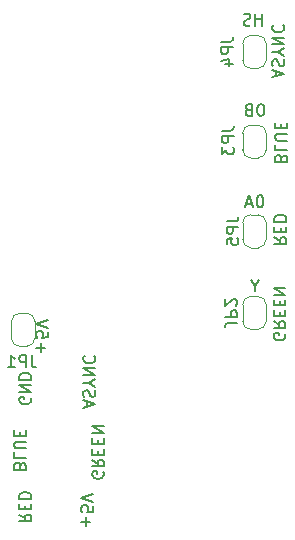
<source format=gbr>
G04 #@! TF.GenerationSoftware,KiCad,Pcbnew,5.1.5+dfsg1-2build2*
G04 #@! TF.CreationDate,2022-03-13T21:19:34-04:00*
G04 #@! TF.ProjectId,vdg_breakout,7664675f-6272-4656-916b-6f75742e6b69,rev?*
G04 #@! TF.SameCoordinates,Original*
G04 #@! TF.FileFunction,Legend,Bot*
G04 #@! TF.FilePolarity,Positive*
%FSLAX46Y46*%
G04 Gerber Fmt 4.6, Leading zero omitted, Abs format (unit mm)*
G04 Created by KiCad (PCBNEW 5.1.5+dfsg1-2build2) date 2022-03-13 21:19:34*
%MOMM*%
%LPD*%
G04 APERTURE LIST*
%ADD10C,0.150000*%
%ADD11C,0.120000*%
G04 APERTURE END LIST*
D10*
X112946428Y-103609523D02*
X112898809Y-103466666D01*
X112851190Y-103419047D01*
X112755952Y-103371428D01*
X112613095Y-103371428D01*
X112517857Y-103419047D01*
X112470238Y-103466666D01*
X112422619Y-103561904D01*
X112422619Y-103942857D01*
X113422619Y-103942857D01*
X113422619Y-103609523D01*
X113375000Y-103514285D01*
X113327380Y-103466666D01*
X113232142Y-103419047D01*
X113136904Y-103419047D01*
X113041666Y-103466666D01*
X112994047Y-103514285D01*
X112946428Y-103609523D01*
X112946428Y-103942857D01*
X112422619Y-102466666D02*
X112422619Y-102942857D01*
X113422619Y-102942857D01*
X113422619Y-102133333D02*
X112613095Y-102133333D01*
X112517857Y-102085714D01*
X112470238Y-102038095D01*
X112422619Y-101942857D01*
X112422619Y-101752380D01*
X112470238Y-101657142D01*
X112517857Y-101609523D01*
X112613095Y-101561904D01*
X113422619Y-101561904D01*
X112946428Y-101085714D02*
X112946428Y-100752380D01*
X112422619Y-100609523D02*
X112422619Y-101085714D01*
X113422619Y-101085714D01*
X113422619Y-100609523D01*
X135350000Y-92416666D02*
X135397619Y-92511904D01*
X135397619Y-92654761D01*
X135350000Y-92797619D01*
X135254761Y-92892857D01*
X135159523Y-92940476D01*
X134969047Y-92988095D01*
X134826190Y-92988095D01*
X134635714Y-92940476D01*
X134540476Y-92892857D01*
X134445238Y-92797619D01*
X134397619Y-92654761D01*
X134397619Y-92559523D01*
X134445238Y-92416666D01*
X134492857Y-92369047D01*
X134826190Y-92369047D01*
X134826190Y-92559523D01*
X134397619Y-91369047D02*
X134873809Y-91702380D01*
X134397619Y-91940476D02*
X135397619Y-91940476D01*
X135397619Y-91559523D01*
X135350000Y-91464285D01*
X135302380Y-91416666D01*
X135207142Y-91369047D01*
X135064285Y-91369047D01*
X134969047Y-91416666D01*
X134921428Y-91464285D01*
X134873809Y-91559523D01*
X134873809Y-91940476D01*
X134921428Y-90940476D02*
X134921428Y-90607142D01*
X134397619Y-90464285D02*
X134397619Y-90940476D01*
X135397619Y-90940476D01*
X135397619Y-90464285D01*
X134921428Y-90035714D02*
X134921428Y-89702380D01*
X134397619Y-89559523D02*
X134397619Y-90035714D01*
X135397619Y-90035714D01*
X135397619Y-89559523D01*
X134397619Y-89130952D02*
X135397619Y-89130952D01*
X134397619Y-88559523D01*
X135397619Y-88559523D01*
X134472619Y-84267857D02*
X134948809Y-84601190D01*
X134472619Y-84839285D02*
X135472619Y-84839285D01*
X135472619Y-84458333D01*
X135425000Y-84363095D01*
X135377380Y-84315476D01*
X135282142Y-84267857D01*
X135139285Y-84267857D01*
X135044047Y-84315476D01*
X134996428Y-84363095D01*
X134948809Y-84458333D01*
X134948809Y-84839285D01*
X134996428Y-83839285D02*
X134996428Y-83505952D01*
X134472619Y-83363095D02*
X134472619Y-83839285D01*
X135472619Y-83839285D01*
X135472619Y-83363095D01*
X134472619Y-82934523D02*
X135472619Y-82934523D01*
X135472619Y-82696428D01*
X135425000Y-82553571D01*
X135329761Y-82458333D01*
X135234523Y-82410714D01*
X135044047Y-82363095D01*
X134901190Y-82363095D01*
X134710714Y-82410714D01*
X134615476Y-82458333D01*
X134520238Y-82553571D01*
X134472619Y-82696428D01*
X134472619Y-82934523D01*
X135071428Y-77559523D02*
X135023809Y-77416666D01*
X134976190Y-77369047D01*
X134880952Y-77321428D01*
X134738095Y-77321428D01*
X134642857Y-77369047D01*
X134595238Y-77416666D01*
X134547619Y-77511904D01*
X134547619Y-77892857D01*
X135547619Y-77892857D01*
X135547619Y-77559523D01*
X135500000Y-77464285D01*
X135452380Y-77416666D01*
X135357142Y-77369047D01*
X135261904Y-77369047D01*
X135166666Y-77416666D01*
X135119047Y-77464285D01*
X135071428Y-77559523D01*
X135071428Y-77892857D01*
X134547619Y-76416666D02*
X134547619Y-76892857D01*
X135547619Y-76892857D01*
X135547619Y-76083333D02*
X134738095Y-76083333D01*
X134642857Y-76035714D01*
X134595238Y-75988095D01*
X134547619Y-75892857D01*
X134547619Y-75702380D01*
X134595238Y-75607142D01*
X134642857Y-75559523D01*
X134738095Y-75511904D01*
X135547619Y-75511904D01*
X135071428Y-75035714D02*
X135071428Y-74702380D01*
X134547619Y-74559523D02*
X134547619Y-75035714D01*
X135547619Y-75035714D01*
X135547619Y-74559523D01*
X134583333Y-70641666D02*
X134583333Y-70165476D01*
X134297619Y-70736904D02*
X135297619Y-70403571D01*
X134297619Y-70070238D01*
X134345238Y-69784523D02*
X134297619Y-69641666D01*
X134297619Y-69403571D01*
X134345238Y-69308333D01*
X134392857Y-69260714D01*
X134488095Y-69213095D01*
X134583333Y-69213095D01*
X134678571Y-69260714D01*
X134726190Y-69308333D01*
X134773809Y-69403571D01*
X134821428Y-69594047D01*
X134869047Y-69689285D01*
X134916666Y-69736904D01*
X135011904Y-69784523D01*
X135107142Y-69784523D01*
X135202380Y-69736904D01*
X135250000Y-69689285D01*
X135297619Y-69594047D01*
X135297619Y-69355952D01*
X135250000Y-69213095D01*
X134773809Y-68594047D02*
X134297619Y-68594047D01*
X135297619Y-68927380D02*
X134773809Y-68594047D01*
X135297619Y-68260714D01*
X134297619Y-67927380D02*
X135297619Y-67927380D01*
X134297619Y-67355952D01*
X135297619Y-67355952D01*
X134392857Y-66308333D02*
X134345238Y-66355952D01*
X134297619Y-66498809D01*
X134297619Y-66594047D01*
X134345238Y-66736904D01*
X134440476Y-66832142D01*
X134535714Y-66879761D01*
X134726190Y-66927380D01*
X134869047Y-66927380D01*
X135059523Y-66879761D01*
X135154761Y-66832142D01*
X135250000Y-66736904D01*
X135297619Y-66594047D01*
X135297619Y-66498809D01*
X135250000Y-66355952D01*
X135202380Y-66308333D01*
X113825000Y-97836904D02*
X113872619Y-97932142D01*
X113872619Y-98075000D01*
X113825000Y-98217857D01*
X113729761Y-98313095D01*
X113634523Y-98360714D01*
X113444047Y-98408333D01*
X113301190Y-98408333D01*
X113110714Y-98360714D01*
X113015476Y-98313095D01*
X112920238Y-98217857D01*
X112872619Y-98075000D01*
X112872619Y-97979761D01*
X112920238Y-97836904D01*
X112967857Y-97789285D01*
X113301190Y-97789285D01*
X113301190Y-97979761D01*
X112872619Y-97360714D02*
X113872619Y-97360714D01*
X112872619Y-96789285D01*
X113872619Y-96789285D01*
X112872619Y-96313095D02*
X113872619Y-96313095D01*
X113872619Y-96075000D01*
X113825000Y-95932142D01*
X113729761Y-95836904D01*
X113634523Y-95789285D01*
X113444047Y-95741666D01*
X113301190Y-95741666D01*
X113110714Y-95789285D01*
X113015476Y-95836904D01*
X112920238Y-95932142D01*
X112872619Y-96075000D01*
X112872619Y-96313095D01*
X112872619Y-107742857D02*
X113348809Y-108076190D01*
X112872619Y-108314285D02*
X113872619Y-108314285D01*
X113872619Y-107933333D01*
X113825000Y-107838095D01*
X113777380Y-107790476D01*
X113682142Y-107742857D01*
X113539285Y-107742857D01*
X113444047Y-107790476D01*
X113396428Y-107838095D01*
X113348809Y-107933333D01*
X113348809Y-108314285D01*
X113396428Y-107314285D02*
X113396428Y-106980952D01*
X112872619Y-106838095D02*
X112872619Y-107314285D01*
X113872619Y-107314285D01*
X113872619Y-106838095D01*
X112872619Y-106409523D02*
X113872619Y-106409523D01*
X113872619Y-106171428D01*
X113825000Y-106028571D01*
X113729761Y-105933333D01*
X113634523Y-105885714D01*
X113444047Y-105838095D01*
X113301190Y-105838095D01*
X113110714Y-105885714D01*
X113015476Y-105933333D01*
X112920238Y-106028571D01*
X112872619Y-106171428D01*
X112872619Y-106409523D01*
X118583333Y-98641666D02*
X118583333Y-98165476D01*
X118297619Y-98736904D02*
X119297619Y-98403571D01*
X118297619Y-98070238D01*
X118345238Y-97784523D02*
X118297619Y-97641666D01*
X118297619Y-97403571D01*
X118345238Y-97308333D01*
X118392857Y-97260714D01*
X118488095Y-97213095D01*
X118583333Y-97213095D01*
X118678571Y-97260714D01*
X118726190Y-97308333D01*
X118773809Y-97403571D01*
X118821428Y-97594047D01*
X118869047Y-97689285D01*
X118916666Y-97736904D01*
X119011904Y-97784523D01*
X119107142Y-97784523D01*
X119202380Y-97736904D01*
X119250000Y-97689285D01*
X119297619Y-97594047D01*
X119297619Y-97355952D01*
X119250000Y-97213095D01*
X118773809Y-96594047D02*
X118297619Y-96594047D01*
X119297619Y-96927380D02*
X118773809Y-96594047D01*
X119297619Y-96260714D01*
X118297619Y-95927380D02*
X119297619Y-95927380D01*
X118297619Y-95355952D01*
X119297619Y-95355952D01*
X118392857Y-94308333D02*
X118345238Y-94355952D01*
X118297619Y-94498809D01*
X118297619Y-94594047D01*
X118345238Y-94736904D01*
X118440476Y-94832142D01*
X118535714Y-94879761D01*
X118726190Y-94927380D01*
X118869047Y-94927380D01*
X119059523Y-94879761D01*
X119154761Y-94832142D01*
X119250000Y-94736904D01*
X119297619Y-94594047D01*
X119297619Y-94498809D01*
X119250000Y-94355952D01*
X119202380Y-94308333D01*
X119975000Y-104141666D02*
X120022619Y-104236904D01*
X120022619Y-104379761D01*
X119975000Y-104522619D01*
X119879761Y-104617857D01*
X119784523Y-104665476D01*
X119594047Y-104713095D01*
X119451190Y-104713095D01*
X119260714Y-104665476D01*
X119165476Y-104617857D01*
X119070238Y-104522619D01*
X119022619Y-104379761D01*
X119022619Y-104284523D01*
X119070238Y-104141666D01*
X119117857Y-104094047D01*
X119451190Y-104094047D01*
X119451190Y-104284523D01*
X119022619Y-103094047D02*
X119498809Y-103427380D01*
X119022619Y-103665476D02*
X120022619Y-103665476D01*
X120022619Y-103284523D01*
X119975000Y-103189285D01*
X119927380Y-103141666D01*
X119832142Y-103094047D01*
X119689285Y-103094047D01*
X119594047Y-103141666D01*
X119546428Y-103189285D01*
X119498809Y-103284523D01*
X119498809Y-103665476D01*
X119546428Y-102665476D02*
X119546428Y-102332142D01*
X119022619Y-102189285D02*
X119022619Y-102665476D01*
X120022619Y-102665476D01*
X120022619Y-102189285D01*
X119546428Y-101760714D02*
X119546428Y-101427380D01*
X119022619Y-101284523D02*
X119022619Y-101760714D01*
X120022619Y-101760714D01*
X120022619Y-101284523D01*
X119022619Y-100855952D02*
X120022619Y-100855952D01*
X119022619Y-100284523D01*
X120022619Y-100284523D01*
X118478571Y-108735714D02*
X118478571Y-107973809D01*
X118097619Y-108354761D02*
X118859523Y-108354761D01*
X119097619Y-107021428D02*
X119097619Y-107497619D01*
X118621428Y-107545238D01*
X118669047Y-107497619D01*
X118716666Y-107402380D01*
X118716666Y-107164285D01*
X118669047Y-107069047D01*
X118621428Y-107021428D01*
X118526190Y-106973809D01*
X118288095Y-106973809D01*
X118192857Y-107021428D01*
X118145238Y-107069047D01*
X118097619Y-107164285D01*
X118097619Y-107402380D01*
X118145238Y-107497619D01*
X118192857Y-107545238D01*
X119097619Y-106688095D02*
X118097619Y-106354761D01*
X119097619Y-106021428D01*
X114678571Y-93985714D02*
X114678571Y-93223809D01*
X114297619Y-93604761D02*
X115059523Y-93604761D01*
X115297619Y-92271428D02*
X115297619Y-92747619D01*
X114821428Y-92795238D01*
X114869047Y-92747619D01*
X114916666Y-92652380D01*
X114916666Y-92414285D01*
X114869047Y-92319047D01*
X114821428Y-92271428D01*
X114726190Y-92223809D01*
X114488095Y-92223809D01*
X114392857Y-92271428D01*
X114345238Y-92319047D01*
X114297619Y-92414285D01*
X114297619Y-92652380D01*
X114345238Y-92747619D01*
X114392857Y-92795238D01*
X115297619Y-91938095D02*
X114297619Y-91604761D01*
X115297619Y-91271428D01*
X132825000Y-88376190D02*
X132825000Y-88852380D01*
X133158333Y-87852380D02*
X132825000Y-88376190D01*
X132491666Y-87852380D01*
X133301190Y-80727380D02*
X133205952Y-80727380D01*
X133110714Y-80775000D01*
X133063095Y-80822619D01*
X133015476Y-80917857D01*
X132967857Y-81108333D01*
X132967857Y-81346428D01*
X133015476Y-81536904D01*
X133063095Y-81632142D01*
X133110714Y-81679761D01*
X133205952Y-81727380D01*
X133301190Y-81727380D01*
X133396428Y-81679761D01*
X133444047Y-81632142D01*
X133491666Y-81536904D01*
X133539285Y-81346428D01*
X133539285Y-81108333D01*
X133491666Y-80917857D01*
X133444047Y-80822619D01*
X133396428Y-80775000D01*
X133301190Y-80727380D01*
X132586904Y-81441666D02*
X132110714Y-81441666D01*
X132682142Y-81727380D02*
X132348809Y-80727380D01*
X132015476Y-81727380D01*
X133372619Y-73002380D02*
X133277380Y-73002380D01*
X133182142Y-73050000D01*
X133134523Y-73097619D01*
X133086904Y-73192857D01*
X133039285Y-73383333D01*
X133039285Y-73621428D01*
X133086904Y-73811904D01*
X133134523Y-73907142D01*
X133182142Y-73954761D01*
X133277380Y-74002380D01*
X133372619Y-74002380D01*
X133467857Y-73954761D01*
X133515476Y-73907142D01*
X133563095Y-73811904D01*
X133610714Y-73621428D01*
X133610714Y-73383333D01*
X133563095Y-73192857D01*
X133515476Y-73097619D01*
X133467857Y-73050000D01*
X133372619Y-73002380D01*
X132277380Y-73478571D02*
X132134523Y-73526190D01*
X132086904Y-73573809D01*
X132039285Y-73669047D01*
X132039285Y-73811904D01*
X132086904Y-73907142D01*
X132134523Y-73954761D01*
X132229761Y-74002380D01*
X132610714Y-74002380D01*
X132610714Y-73002380D01*
X132277380Y-73002380D01*
X132182142Y-73050000D01*
X132134523Y-73097619D01*
X132086904Y-73192857D01*
X132086904Y-73288095D01*
X132134523Y-73383333D01*
X132182142Y-73430952D01*
X132277380Y-73478571D01*
X132610714Y-73478571D01*
X133436904Y-66352380D02*
X133436904Y-65352380D01*
X133436904Y-65828571D02*
X132865476Y-65828571D01*
X132865476Y-66352380D02*
X132865476Y-65352380D01*
X132436904Y-66304761D02*
X132294047Y-66352380D01*
X132055952Y-66352380D01*
X131960714Y-66304761D01*
X131913095Y-66257142D01*
X131865476Y-66161904D01*
X131865476Y-66066666D01*
X131913095Y-65971428D01*
X131960714Y-65923809D01*
X132055952Y-65876190D01*
X132246428Y-65828571D01*
X132341666Y-65780952D01*
X132389285Y-65733333D01*
X132436904Y-65638095D01*
X132436904Y-65542857D01*
X132389285Y-65447619D01*
X132341666Y-65400000D01*
X132246428Y-65352380D01*
X132008333Y-65352380D01*
X131865476Y-65400000D01*
D11*
X114200000Y-91400000D02*
G75*
G03X113500000Y-90700000I-700000J0D01*
G01*
X112900000Y-90700000D02*
G75*
G03X112200000Y-91400000I0J-700000D01*
G01*
X112200000Y-92800000D02*
G75*
G03X112900000Y-93500000I700000J0D01*
G01*
X113500000Y-93500000D02*
G75*
G03X114200000Y-92800000I0J700000D01*
G01*
X112900000Y-93500000D02*
X113500000Y-93500000D01*
X112200000Y-91400000D02*
X112200000Y-92800000D01*
X113500000Y-90700000D02*
X112900000Y-90700000D01*
X114200000Y-92800000D02*
X114200000Y-91400000D01*
X133775000Y-91375000D02*
X133775000Y-89975000D01*
X133075000Y-89275000D02*
X132475000Y-89275000D01*
X131775000Y-89975000D02*
X131775000Y-91375000D01*
X132475000Y-92075000D02*
X133075000Y-92075000D01*
X133075000Y-92075000D02*
G75*
G03X133775000Y-91375000I0J700000D01*
G01*
X131775000Y-91375000D02*
G75*
G03X132475000Y-92075000I700000J0D01*
G01*
X132475000Y-89275000D02*
G75*
G03X131775000Y-89975000I0J-700000D01*
G01*
X133775000Y-89975000D02*
G75*
G03X133075000Y-89275000I-700000J0D01*
G01*
X133775000Y-75462500D02*
G75*
G03X133075000Y-74762500I-700000J0D01*
G01*
X132475000Y-74762500D02*
G75*
G03X131775000Y-75462500I0J-700000D01*
G01*
X131775000Y-76862500D02*
G75*
G03X132475000Y-77562500I700000J0D01*
G01*
X133075000Y-77562500D02*
G75*
G03X133775000Y-76862500I0J700000D01*
G01*
X132475000Y-77562500D02*
X133075000Y-77562500D01*
X131775000Y-75462500D02*
X131775000Y-76862500D01*
X133075000Y-74762500D02*
X132475000Y-74762500D01*
X133775000Y-76862500D02*
X133775000Y-75462500D01*
X133775000Y-67875000D02*
G75*
G03X133075000Y-67175000I-700000J0D01*
G01*
X132475000Y-67175000D02*
G75*
G03X131775000Y-67875000I0J-700000D01*
G01*
X131775000Y-69275000D02*
G75*
G03X132475000Y-69975000I700000J0D01*
G01*
X133075000Y-69975000D02*
G75*
G03X133775000Y-69275000I0J700000D01*
G01*
X132475000Y-69975000D02*
X133075000Y-69975000D01*
X131775000Y-67875000D02*
X131775000Y-69275000D01*
X133075000Y-67175000D02*
X132475000Y-67175000D01*
X133775000Y-69275000D02*
X133775000Y-67875000D01*
X131775000Y-83050000D02*
X131775000Y-84450000D01*
X132475000Y-85150000D02*
X133075000Y-85150000D01*
X133775000Y-84450000D02*
X133775000Y-83050000D01*
X133075000Y-82350000D02*
X132475000Y-82350000D01*
X132475000Y-82350000D02*
G75*
G03X131775000Y-83050000I0J-700000D01*
G01*
X133775000Y-83050000D02*
G75*
G03X133075000Y-82350000I-700000J0D01*
G01*
X133075000Y-85150000D02*
G75*
G03X133775000Y-84450000I0J700000D01*
G01*
X131775000Y-84450000D02*
G75*
G03X132475000Y-85150000I700000J0D01*
G01*
D10*
X113908333Y-94277380D02*
X113908333Y-94991666D01*
X113955952Y-95134523D01*
X114051190Y-95229761D01*
X114194047Y-95277380D01*
X114289285Y-95277380D01*
X113432142Y-95277380D02*
X113432142Y-94277380D01*
X113051190Y-94277380D01*
X112955952Y-94325000D01*
X112908333Y-94372619D01*
X112860714Y-94467857D01*
X112860714Y-94610714D01*
X112908333Y-94705952D01*
X112955952Y-94753571D01*
X113051190Y-94801190D01*
X113432142Y-94801190D01*
X111908333Y-95277380D02*
X112479761Y-95277380D01*
X112194047Y-95277380D02*
X112194047Y-94277380D01*
X112289285Y-94420238D01*
X112384523Y-94515476D01*
X112479761Y-94563095D01*
X131297619Y-91508333D02*
X130583333Y-91508333D01*
X130440476Y-91555952D01*
X130345238Y-91651190D01*
X130297619Y-91794047D01*
X130297619Y-91889285D01*
X130297619Y-91032142D02*
X131297619Y-91032142D01*
X131297619Y-90651190D01*
X131250000Y-90555952D01*
X131202380Y-90508333D01*
X131107142Y-90460714D01*
X130964285Y-90460714D01*
X130869047Y-90508333D01*
X130821428Y-90555952D01*
X130773809Y-90651190D01*
X130773809Y-91032142D01*
X131202380Y-90079761D02*
X131250000Y-90032142D01*
X131297619Y-89936904D01*
X131297619Y-89698809D01*
X131250000Y-89603571D01*
X131202380Y-89555952D01*
X131107142Y-89508333D01*
X131011904Y-89508333D01*
X130869047Y-89555952D01*
X130297619Y-90127380D01*
X130297619Y-89508333D01*
X130027380Y-75229166D02*
X130741666Y-75229166D01*
X130884523Y-75181547D01*
X130979761Y-75086309D01*
X131027380Y-74943452D01*
X131027380Y-74848214D01*
X131027380Y-75705357D02*
X130027380Y-75705357D01*
X130027380Y-76086309D01*
X130075000Y-76181547D01*
X130122619Y-76229166D01*
X130217857Y-76276785D01*
X130360714Y-76276785D01*
X130455952Y-76229166D01*
X130503571Y-76181547D01*
X130551190Y-76086309D01*
X130551190Y-75705357D01*
X130027380Y-76610119D02*
X130027380Y-77229166D01*
X130408333Y-76895833D01*
X130408333Y-77038690D01*
X130455952Y-77133928D01*
X130503571Y-77181547D01*
X130598809Y-77229166D01*
X130836904Y-77229166D01*
X130932142Y-77181547D01*
X130979761Y-77133928D01*
X131027380Y-77038690D01*
X131027380Y-76752976D01*
X130979761Y-76657738D01*
X130932142Y-76610119D01*
X129977380Y-67716666D02*
X130691666Y-67716666D01*
X130834523Y-67669047D01*
X130929761Y-67573809D01*
X130977380Y-67430952D01*
X130977380Y-67335714D01*
X130977380Y-68192857D02*
X129977380Y-68192857D01*
X129977380Y-68573809D01*
X130025000Y-68669047D01*
X130072619Y-68716666D01*
X130167857Y-68764285D01*
X130310714Y-68764285D01*
X130405952Y-68716666D01*
X130453571Y-68669047D01*
X130501190Y-68573809D01*
X130501190Y-68192857D01*
X130310714Y-69621428D02*
X130977380Y-69621428D01*
X129929761Y-69383333D02*
X130644047Y-69145238D01*
X130644047Y-69764285D01*
X130427380Y-82916666D02*
X131141666Y-82916666D01*
X131284523Y-82869047D01*
X131379761Y-82773809D01*
X131427380Y-82630952D01*
X131427380Y-82535714D01*
X131427380Y-83392857D02*
X130427380Y-83392857D01*
X130427380Y-83773809D01*
X130475000Y-83869047D01*
X130522619Y-83916666D01*
X130617857Y-83964285D01*
X130760714Y-83964285D01*
X130855952Y-83916666D01*
X130903571Y-83869047D01*
X130951190Y-83773809D01*
X130951190Y-83392857D01*
X130427380Y-84869047D02*
X130427380Y-84392857D01*
X130903571Y-84345238D01*
X130855952Y-84392857D01*
X130808333Y-84488095D01*
X130808333Y-84726190D01*
X130855952Y-84821428D01*
X130903571Y-84869047D01*
X130998809Y-84916666D01*
X131236904Y-84916666D01*
X131332142Y-84869047D01*
X131379761Y-84821428D01*
X131427380Y-84726190D01*
X131427380Y-84488095D01*
X131379761Y-84392857D01*
X131332142Y-84345238D01*
M02*

</source>
